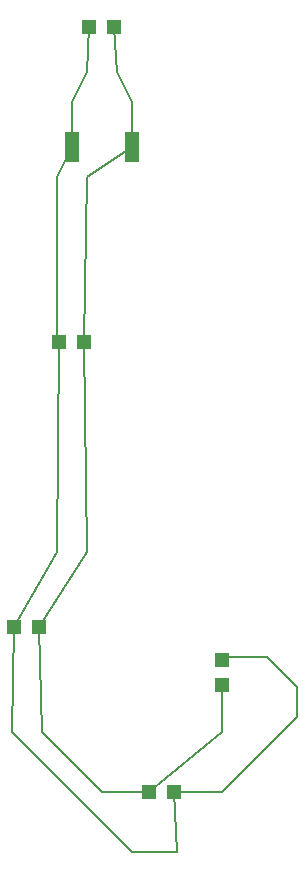
<source format=gbr>
G04 EAGLE Gerber RS-274X export*
G75*
%MOMM*%
%FSLAX34Y34*%
%LPD*%
%INBottom Copper*%
%IPPOS*%
%AMOC8*
5,1,8,0,0,1.08239X$1,22.5*%
G01*
%ADD10R,1.270000X2.540000*%
%ADD11R,1.200000X1.200000*%
%ADD12C,0.152400*%


D10*
X508000Y736600D03*
X457200Y736600D03*
D11*
X472100Y838200D03*
X493100Y838200D03*
X446700Y571500D03*
X467700Y571500D03*
X408600Y330200D03*
X429600Y330200D03*
X584200Y302600D03*
X584200Y281600D03*
X543900Y190500D03*
X522900Y190500D03*
D12*
X508000Y736600D02*
X508000Y774700D01*
X495300Y800100D01*
X493100Y838200D01*
X469900Y711200D02*
X467700Y571500D01*
X469900Y711200D02*
X508000Y736600D01*
X467700Y571500D02*
X469900Y393700D01*
X429600Y330200D01*
X431800Y241300D01*
X482600Y190500D01*
X522900Y190500D01*
X584200Y241300D01*
X584200Y281600D01*
X457200Y736600D02*
X457200Y774700D01*
X469900Y800100D01*
X472100Y838200D01*
X457200Y736600D02*
X444500Y711200D01*
X444500Y571500D01*
X446700Y571500D02*
X444500Y393700D01*
X408600Y330200D01*
X406400Y241300D01*
X508000Y139700D01*
X546100Y139700D01*
X543900Y190500D01*
X584200Y190500D01*
X647700Y254000D01*
X647700Y279400D01*
X622300Y304800D01*
X584200Y304800D01*
M02*

</source>
